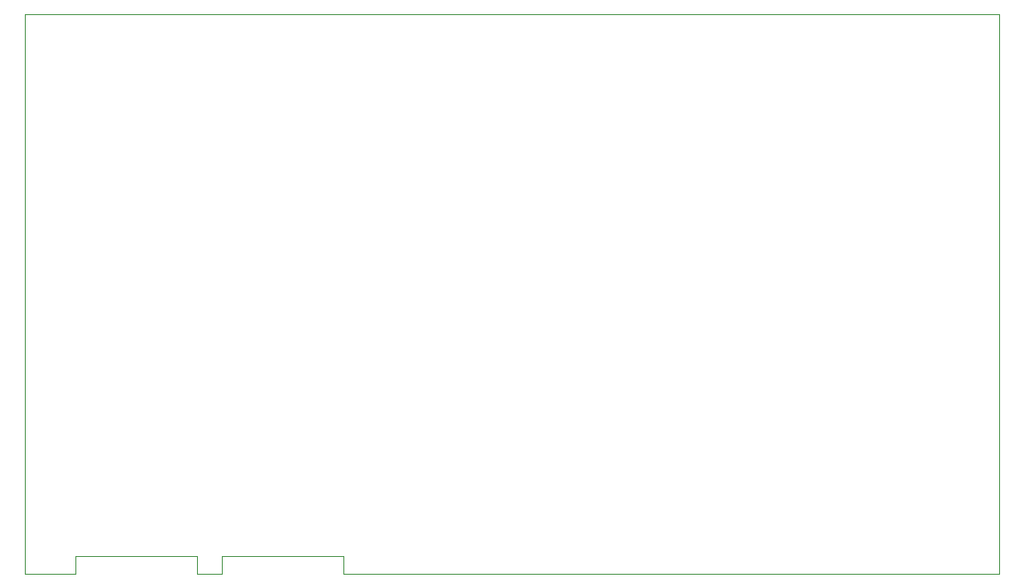
<source format=gm1>
G04 #@! TF.GenerationSoftware,KiCad,Pcbnew,6.0.2+dfsg-1*
G04 #@! TF.CreationDate,2023-03-30T12:38:25-04:00*
G04 #@! TF.ProjectId,HL2IOBoard,484c3249-4f42-46f6-9172-642e6b696361,E*
G04 #@! TF.SameCoordinates,Original*
G04 #@! TF.FileFunction,Profile,NP*
%FSLAX46Y46*%
G04 Gerber Fmt 4.6, Leading zero omitted, Abs format (unit mm)*
G04 Created by KiCad (PCBNEW 6.0.2+dfsg-1) date 2023-03-30 12:38:25*
%MOMM*%
%LPD*%
G01*
G04 APERTURE LIST*
G04 #@! TA.AperFunction,Profile*
%ADD10C,0.050000*%
G04 #@! TD*
G04 APERTURE END LIST*
D10*
X102000000Y-134960000D02*
X102000000Y-81560000D01*
X102000000Y-134960000D02*
X106810000Y-134960000D01*
X118410000Y-134960000D02*
X120820000Y-134960000D01*
X132420000Y-134960000D02*
X195000000Y-134960000D01*
X106810000Y-133310000D02*
X106810000Y-134960000D01*
X118410000Y-133310000D02*
X118410000Y-134960000D01*
X120820000Y-133310000D02*
X120820000Y-134960000D01*
X132420000Y-133310000D02*
X132420000Y-134960000D01*
X120820000Y-133310000D02*
X132420000Y-133310000D01*
X106810000Y-133310000D02*
X118410000Y-133310000D01*
X102000000Y-81560000D02*
X195000000Y-81560000D01*
X195000000Y-81560000D02*
X195000000Y-134960000D01*
M02*

</source>
